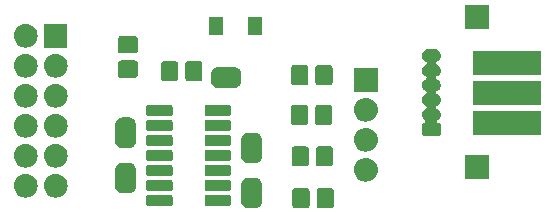
<source format=gts>
G04 #@! TF.GenerationSoftware,KiCad,Pcbnew,(5.1.4)-1*
G04 #@! TF.CreationDate,2020-02-28T22:28:58+00:00*
G04 #@! TF.ProjectId,buffer,62756666-6572-42e6-9b69-6361645f7063,rev?*
G04 #@! TF.SameCoordinates,Original*
G04 #@! TF.FileFunction,Soldermask,Top*
G04 #@! TF.FilePolarity,Negative*
%FSLAX46Y46*%
G04 Gerber Fmt 4.6, Leading zero omitted, Abs format (unit mm)*
G04 Created by KiCad (PCBNEW (5.1.4)-1) date 2020-02-28 22:28:58*
%MOMM*%
%LPD*%
G04 APERTURE LIST*
%ADD10C,0.100000*%
G04 APERTURE END LIST*
D10*
G36*
X57201707Y-46386387D02*
G01*
X57214449Y-46387013D01*
X57232623Y-46387013D01*
X57274802Y-46391167D01*
X57358399Y-46407796D01*
X57364539Y-46409658D01*
X57364547Y-46409660D01*
X57392822Y-46418237D01*
X57392825Y-46418238D01*
X57398963Y-46420100D01*
X57477716Y-46452720D01*
X57483374Y-46455744D01*
X57483378Y-46455746D01*
X57509437Y-46469675D01*
X57509444Y-46469680D01*
X57515100Y-46472703D01*
X57585977Y-46520061D01*
X57618737Y-46546947D01*
X57679013Y-46607223D01*
X57705899Y-46639983D01*
X57753257Y-46710860D01*
X57756280Y-46716516D01*
X57756285Y-46716523D01*
X57770214Y-46742582D01*
X57770216Y-46742586D01*
X57773240Y-46748244D01*
X57805860Y-46826997D01*
X57807722Y-46833135D01*
X57807723Y-46833138D01*
X57816300Y-46861413D01*
X57816302Y-46861421D01*
X57818164Y-46867561D01*
X57834793Y-46951158D01*
X57838947Y-46993337D01*
X57838947Y-47011511D01*
X57839573Y-47024253D01*
X57841355Y-47042346D01*
X57841355Y-47529574D01*
X57838854Y-47554973D01*
X57837830Y-47565365D01*
X57829253Y-47593640D01*
X57815324Y-47619699D01*
X57812662Y-47624679D01*
X57802910Y-47648223D01*
X57797938Y-47673218D01*
X57797938Y-47698702D01*
X57802910Y-47723696D01*
X57812662Y-47747241D01*
X57815324Y-47752220D01*
X57815324Y-47752221D01*
X57829253Y-47778280D01*
X57829253Y-47778281D01*
X57837830Y-47806554D01*
X57841355Y-47842346D01*
X57841355Y-48329574D01*
X57839573Y-48347667D01*
X57838947Y-48360409D01*
X57838947Y-48378583D01*
X57834793Y-48420762D01*
X57818164Y-48504359D01*
X57816302Y-48510499D01*
X57816300Y-48510507D01*
X57807723Y-48538782D01*
X57805860Y-48544923D01*
X57773240Y-48623676D01*
X57770216Y-48629334D01*
X57770214Y-48629338D01*
X57756285Y-48655397D01*
X57756280Y-48655404D01*
X57753257Y-48661060D01*
X57705899Y-48731937D01*
X57679013Y-48764697D01*
X57618737Y-48824973D01*
X57585977Y-48851859D01*
X57515100Y-48899217D01*
X57509444Y-48902240D01*
X57509437Y-48902245D01*
X57483378Y-48916174D01*
X57483374Y-48916176D01*
X57477716Y-48919200D01*
X57398963Y-48951820D01*
X57392825Y-48953682D01*
X57392822Y-48953683D01*
X57364547Y-48962260D01*
X57364539Y-48962262D01*
X57358399Y-48964124D01*
X57274802Y-48980753D01*
X57232623Y-48984907D01*
X57214449Y-48984907D01*
X57201707Y-48985533D01*
X57190000Y-48986686D01*
X57183614Y-48987315D01*
X56696386Y-48987315D01*
X56678293Y-48985533D01*
X56665551Y-48984907D01*
X56647377Y-48984907D01*
X56605198Y-48980753D01*
X56521601Y-48964124D01*
X56515461Y-48962262D01*
X56515453Y-48962260D01*
X56487178Y-48953683D01*
X56487175Y-48953682D01*
X56481037Y-48951820D01*
X56402284Y-48919200D01*
X56396626Y-48916176D01*
X56396622Y-48916174D01*
X56370563Y-48902245D01*
X56370556Y-48902240D01*
X56364900Y-48899217D01*
X56294023Y-48851859D01*
X56261263Y-48824973D01*
X56200987Y-48764697D01*
X56174101Y-48731937D01*
X56126743Y-48661060D01*
X56123720Y-48655404D01*
X56123715Y-48655397D01*
X56109786Y-48629338D01*
X56109784Y-48629334D01*
X56106760Y-48623676D01*
X56074140Y-48544923D01*
X56072277Y-48538782D01*
X56063700Y-48510507D01*
X56063698Y-48510499D01*
X56061836Y-48504359D01*
X56045207Y-48420762D01*
X56041053Y-48378583D01*
X56041053Y-48360409D01*
X56040427Y-48347667D01*
X56038645Y-48329574D01*
X56038645Y-47842346D01*
X56042170Y-47806554D01*
X56050747Y-47778281D01*
X56050747Y-47778280D01*
X56064676Y-47752221D01*
X56064676Y-47752220D01*
X56067338Y-47747241D01*
X56077090Y-47723697D01*
X56082062Y-47698702D01*
X56082062Y-47673218D01*
X56077090Y-47648224D01*
X56067338Y-47624679D01*
X56064676Y-47619699D01*
X56050747Y-47593640D01*
X56042170Y-47565365D01*
X56041147Y-47554973D01*
X56038645Y-47529574D01*
X56038645Y-47042346D01*
X56040427Y-47024253D01*
X56041053Y-47011511D01*
X56041053Y-46993337D01*
X56045207Y-46951158D01*
X56061836Y-46867561D01*
X56063698Y-46861421D01*
X56063700Y-46861413D01*
X56072277Y-46833138D01*
X56072278Y-46833135D01*
X56074140Y-46826997D01*
X56106760Y-46748244D01*
X56109784Y-46742586D01*
X56109786Y-46742582D01*
X56123715Y-46716523D01*
X56123720Y-46716516D01*
X56126743Y-46710860D01*
X56174101Y-46639983D01*
X56200987Y-46607223D01*
X56261263Y-46546947D01*
X56294023Y-46520061D01*
X56364900Y-46472703D01*
X56370556Y-46469680D01*
X56370563Y-46469675D01*
X56396622Y-46455746D01*
X56396626Y-46455744D01*
X56402284Y-46452720D01*
X56481037Y-46420100D01*
X56487175Y-46418238D01*
X56487178Y-46418237D01*
X56515453Y-46409660D01*
X56515461Y-46409658D01*
X56521601Y-46407796D01*
X56605198Y-46391167D01*
X56647377Y-46387013D01*
X56665551Y-46387013D01*
X56678293Y-46386387D01*
X56696386Y-46384605D01*
X57183614Y-46384605D01*
X57201707Y-46386387D01*
X57201707Y-46386387D01*
G37*
G36*
X63702301Y-47273022D02*
G01*
X63747530Y-47286742D01*
X63789214Y-47309022D01*
X63825751Y-47339009D01*
X63855738Y-47375546D01*
X63878018Y-47417230D01*
X63891738Y-47462459D01*
X63897000Y-47515885D01*
X63897000Y-48719635D01*
X63891738Y-48773061D01*
X63878018Y-48818290D01*
X63855738Y-48859974D01*
X63825751Y-48896511D01*
X63789214Y-48926498D01*
X63747530Y-48948778D01*
X63702301Y-48962498D01*
X63648875Y-48967760D01*
X62695125Y-48967760D01*
X62641699Y-48962498D01*
X62596470Y-48948778D01*
X62554786Y-48926498D01*
X62518249Y-48896511D01*
X62488262Y-48859974D01*
X62465982Y-48818290D01*
X62452262Y-48773061D01*
X62447000Y-48719635D01*
X62447000Y-47515885D01*
X62452262Y-47462459D01*
X62465982Y-47417230D01*
X62488262Y-47375546D01*
X62518249Y-47339009D01*
X62554786Y-47309022D01*
X62596470Y-47286742D01*
X62641699Y-47273022D01*
X62695125Y-47267760D01*
X63648875Y-47267760D01*
X63702301Y-47273022D01*
X63702301Y-47273022D01*
G37*
G36*
X61652301Y-47273022D02*
G01*
X61697530Y-47286742D01*
X61739214Y-47309022D01*
X61775751Y-47339009D01*
X61805738Y-47375546D01*
X61828018Y-47417230D01*
X61841738Y-47462459D01*
X61847000Y-47515885D01*
X61847000Y-48719635D01*
X61841738Y-48773061D01*
X61828018Y-48818290D01*
X61805738Y-48859974D01*
X61775751Y-48896511D01*
X61739214Y-48926498D01*
X61697530Y-48948778D01*
X61652301Y-48962498D01*
X61598875Y-48967760D01*
X60645125Y-48967760D01*
X60591699Y-48962498D01*
X60546470Y-48948778D01*
X60504786Y-48926498D01*
X60468249Y-48896511D01*
X60438262Y-48859974D01*
X60415982Y-48818290D01*
X60402262Y-48773061D01*
X60397000Y-48719635D01*
X60397000Y-47515885D01*
X60402262Y-47462459D01*
X60415982Y-47417230D01*
X60438262Y-47375546D01*
X60468249Y-47339009D01*
X60504786Y-47309022D01*
X60546470Y-47286742D01*
X60591699Y-47273022D01*
X60645125Y-47267760D01*
X61598875Y-47267760D01*
X61652301Y-47273022D01*
X61652301Y-47273022D01*
G37*
G36*
X50127092Y-47874651D02*
G01*
X50156987Y-47883720D01*
X50184542Y-47898448D01*
X50208692Y-47918268D01*
X50228512Y-47942418D01*
X50243240Y-47969973D01*
X50252309Y-47999868D01*
X50256000Y-48037346D01*
X50256000Y-48604574D01*
X50252309Y-48642052D01*
X50243240Y-48671947D01*
X50228512Y-48699502D01*
X50208692Y-48723652D01*
X50184542Y-48743472D01*
X50156987Y-48758200D01*
X50127092Y-48767269D01*
X50089614Y-48770960D01*
X48172386Y-48770960D01*
X48134908Y-48767269D01*
X48105013Y-48758200D01*
X48077458Y-48743472D01*
X48053308Y-48723652D01*
X48033488Y-48699502D01*
X48018760Y-48671947D01*
X48009691Y-48642052D01*
X48006000Y-48604574D01*
X48006000Y-48037346D01*
X48009691Y-47999868D01*
X48018760Y-47969973D01*
X48033488Y-47942418D01*
X48053308Y-47918268D01*
X48077458Y-47898448D01*
X48105013Y-47883720D01*
X48134908Y-47874651D01*
X48172386Y-47870960D01*
X50089614Y-47870960D01*
X50127092Y-47874651D01*
X50127092Y-47874651D01*
G37*
G36*
X55077092Y-47874651D02*
G01*
X55106987Y-47883720D01*
X55134542Y-47898448D01*
X55158692Y-47918268D01*
X55178512Y-47942418D01*
X55193240Y-47969973D01*
X55202309Y-47999868D01*
X55206000Y-48037346D01*
X55206000Y-48604574D01*
X55202309Y-48642052D01*
X55193240Y-48671947D01*
X55178512Y-48699502D01*
X55158692Y-48723652D01*
X55134542Y-48743472D01*
X55106987Y-48758200D01*
X55077092Y-48767269D01*
X55039614Y-48770960D01*
X53122386Y-48770960D01*
X53084908Y-48767269D01*
X53055013Y-48758200D01*
X53027458Y-48743472D01*
X53003308Y-48723652D01*
X52983488Y-48699502D01*
X52968760Y-48671947D01*
X52959691Y-48642052D01*
X52956000Y-48604574D01*
X52956000Y-48037346D01*
X52959691Y-47999868D01*
X52968760Y-47969973D01*
X52983488Y-47942418D01*
X53003308Y-47918268D01*
X53027458Y-47898448D01*
X53055013Y-47883720D01*
X53084908Y-47874651D01*
X53122386Y-47870960D01*
X55039614Y-47870960D01*
X55077092Y-47874651D01*
X55077092Y-47874651D01*
G37*
G36*
X38009836Y-46090830D02*
G01*
X38198332Y-46148009D01*
X38372058Y-46240868D01*
X38524328Y-46365832D01*
X38649292Y-46518102D01*
X38742151Y-46691828D01*
X38799330Y-46880324D01*
X38818638Y-47076360D01*
X38799330Y-47272396D01*
X38742151Y-47460892D01*
X38649292Y-47634618D01*
X38524328Y-47786888D01*
X38372058Y-47911852D01*
X38198332Y-48004711D01*
X38009836Y-48061890D01*
X37862920Y-48076360D01*
X37764680Y-48076360D01*
X37617764Y-48061890D01*
X37429268Y-48004711D01*
X37255542Y-47911852D01*
X37103272Y-47786888D01*
X36978308Y-47634618D01*
X36885449Y-47460892D01*
X36828270Y-47272396D01*
X36808962Y-47076360D01*
X36828270Y-46880324D01*
X36885449Y-46691828D01*
X36978308Y-46518102D01*
X37103272Y-46365832D01*
X37255542Y-46240868D01*
X37429268Y-46148009D01*
X37617764Y-46090830D01*
X37764680Y-46076360D01*
X37862920Y-46076360D01*
X38009836Y-46090830D01*
X38009836Y-46090830D01*
G37*
G36*
X40549836Y-46090830D02*
G01*
X40738332Y-46148009D01*
X40912058Y-46240868D01*
X41064328Y-46365832D01*
X41189292Y-46518102D01*
X41282151Y-46691828D01*
X41339330Y-46880324D01*
X41358638Y-47076360D01*
X41339330Y-47272396D01*
X41282151Y-47460892D01*
X41189292Y-47634618D01*
X41064328Y-47786888D01*
X40912058Y-47911852D01*
X40738332Y-48004711D01*
X40549836Y-48061890D01*
X40402920Y-48076360D01*
X40304680Y-48076360D01*
X40157764Y-48061890D01*
X39969268Y-48004711D01*
X39795542Y-47911852D01*
X39643272Y-47786888D01*
X39518308Y-47634618D01*
X39425449Y-47460892D01*
X39368270Y-47272396D01*
X39348962Y-47076360D01*
X39368270Y-46880324D01*
X39425449Y-46691828D01*
X39518308Y-46518102D01*
X39643272Y-46365832D01*
X39795542Y-46240868D01*
X39969268Y-46148009D01*
X40157764Y-46090830D01*
X40304680Y-46076360D01*
X40402920Y-46076360D01*
X40549836Y-46090830D01*
X40549836Y-46090830D01*
G37*
G36*
X46533707Y-45116387D02*
G01*
X46546449Y-45117013D01*
X46564623Y-45117013D01*
X46606802Y-45121167D01*
X46690399Y-45137796D01*
X46696539Y-45139658D01*
X46696547Y-45139660D01*
X46724822Y-45148237D01*
X46724825Y-45148238D01*
X46730963Y-45150100D01*
X46809716Y-45182720D01*
X46815374Y-45185744D01*
X46815378Y-45185746D01*
X46841437Y-45199675D01*
X46841444Y-45199680D01*
X46847100Y-45202703D01*
X46917977Y-45250061D01*
X46950737Y-45276947D01*
X47011013Y-45337223D01*
X47037899Y-45369983D01*
X47085257Y-45440860D01*
X47088280Y-45446516D01*
X47088285Y-45446523D01*
X47102214Y-45472582D01*
X47102216Y-45472586D01*
X47105240Y-45478244D01*
X47137860Y-45556997D01*
X47139722Y-45563135D01*
X47139723Y-45563138D01*
X47148300Y-45591413D01*
X47148302Y-45591421D01*
X47150164Y-45597561D01*
X47166793Y-45681158D01*
X47170947Y-45723337D01*
X47170947Y-45741511D01*
X47171573Y-45754253D01*
X47173355Y-45772346D01*
X47173355Y-46259574D01*
X47172726Y-46265960D01*
X47169830Y-46295365D01*
X47161253Y-46323640D01*
X47147324Y-46349699D01*
X47144662Y-46354679D01*
X47134910Y-46378223D01*
X47129938Y-46403218D01*
X47129938Y-46428702D01*
X47134910Y-46453696D01*
X47144662Y-46477241D01*
X47147324Y-46482220D01*
X47147324Y-46482221D01*
X47161253Y-46508280D01*
X47161253Y-46508281D01*
X47169830Y-46536554D01*
X47173355Y-46572346D01*
X47173355Y-47059574D01*
X47171573Y-47077667D01*
X47170947Y-47090409D01*
X47170947Y-47108583D01*
X47166793Y-47150762D01*
X47150164Y-47234359D01*
X47148302Y-47240499D01*
X47148300Y-47240507D01*
X47140033Y-47267760D01*
X47137860Y-47274923D01*
X47105240Y-47353676D01*
X47102216Y-47359334D01*
X47102214Y-47359338D01*
X47088285Y-47385397D01*
X47088280Y-47385404D01*
X47085257Y-47391060D01*
X47037899Y-47461937D01*
X47011013Y-47494697D01*
X46950737Y-47554973D01*
X46917977Y-47581859D01*
X46847100Y-47629217D01*
X46841444Y-47632240D01*
X46841437Y-47632245D01*
X46815378Y-47646174D01*
X46815374Y-47646176D01*
X46809716Y-47649200D01*
X46730963Y-47681820D01*
X46724825Y-47683682D01*
X46724822Y-47683683D01*
X46696547Y-47692260D01*
X46696539Y-47692262D01*
X46690399Y-47694124D01*
X46606802Y-47710753D01*
X46564623Y-47714907D01*
X46546449Y-47714907D01*
X46533707Y-47715533D01*
X46522000Y-47716686D01*
X46515614Y-47717315D01*
X46028386Y-47717315D01*
X46010293Y-47715533D01*
X45997551Y-47714907D01*
X45979377Y-47714907D01*
X45937198Y-47710753D01*
X45853601Y-47694124D01*
X45847461Y-47692262D01*
X45847453Y-47692260D01*
X45819178Y-47683683D01*
X45819175Y-47683682D01*
X45813037Y-47681820D01*
X45734284Y-47649200D01*
X45728626Y-47646176D01*
X45728622Y-47646174D01*
X45702563Y-47632245D01*
X45702556Y-47632240D01*
X45696900Y-47629217D01*
X45626023Y-47581859D01*
X45593263Y-47554973D01*
X45532987Y-47494697D01*
X45506101Y-47461937D01*
X45458743Y-47391060D01*
X45455720Y-47385404D01*
X45455715Y-47385397D01*
X45441786Y-47359338D01*
X45441784Y-47359334D01*
X45438760Y-47353676D01*
X45406140Y-47274923D01*
X45403967Y-47267760D01*
X45395700Y-47240507D01*
X45395698Y-47240499D01*
X45393836Y-47234359D01*
X45377207Y-47150762D01*
X45373053Y-47108583D01*
X45373053Y-47090409D01*
X45372427Y-47077667D01*
X45370645Y-47059574D01*
X45370645Y-46572346D01*
X45374170Y-46536554D01*
X45382747Y-46508281D01*
X45382747Y-46508280D01*
X45396676Y-46482221D01*
X45396676Y-46482220D01*
X45399338Y-46477241D01*
X45409090Y-46453697D01*
X45414062Y-46428702D01*
X45414062Y-46403218D01*
X45409090Y-46378224D01*
X45399338Y-46354679D01*
X45396676Y-46349699D01*
X45382747Y-46323640D01*
X45374170Y-46295365D01*
X45371274Y-46265960D01*
X45370645Y-46259574D01*
X45370645Y-45772346D01*
X45372427Y-45754253D01*
X45373053Y-45741511D01*
X45373053Y-45723337D01*
X45377207Y-45681158D01*
X45393836Y-45597561D01*
X45395698Y-45591421D01*
X45395700Y-45591413D01*
X45404277Y-45563138D01*
X45404278Y-45563135D01*
X45406140Y-45556997D01*
X45438760Y-45478244D01*
X45441784Y-45472586D01*
X45441786Y-45472582D01*
X45455715Y-45446523D01*
X45455720Y-45446516D01*
X45458743Y-45440860D01*
X45506101Y-45369983D01*
X45532987Y-45337223D01*
X45593263Y-45276947D01*
X45626023Y-45250061D01*
X45696900Y-45202703D01*
X45702556Y-45199680D01*
X45702563Y-45199675D01*
X45728622Y-45185746D01*
X45728626Y-45185744D01*
X45734284Y-45182720D01*
X45813037Y-45150100D01*
X45819175Y-45148238D01*
X45819178Y-45148237D01*
X45847453Y-45139660D01*
X45847461Y-45139658D01*
X45853601Y-45137796D01*
X45937198Y-45121167D01*
X45979377Y-45117013D01*
X45997551Y-45117013D01*
X46010293Y-45116387D01*
X46028386Y-45114605D01*
X46515614Y-45114605D01*
X46533707Y-45116387D01*
X46533707Y-45116387D01*
G37*
G36*
X50127092Y-46604651D02*
G01*
X50156987Y-46613720D01*
X50184542Y-46628448D01*
X50208692Y-46648268D01*
X50228512Y-46672418D01*
X50243240Y-46699973D01*
X50252309Y-46729868D01*
X50256000Y-46767346D01*
X50256000Y-47334574D01*
X50252309Y-47372052D01*
X50243240Y-47401947D01*
X50228512Y-47429502D01*
X50208692Y-47453652D01*
X50184542Y-47473472D01*
X50156987Y-47488200D01*
X50127092Y-47497269D01*
X50089614Y-47500960D01*
X48172386Y-47500960D01*
X48134908Y-47497269D01*
X48105013Y-47488200D01*
X48077458Y-47473472D01*
X48053308Y-47453652D01*
X48033488Y-47429502D01*
X48018760Y-47401947D01*
X48009691Y-47372052D01*
X48006000Y-47334574D01*
X48006000Y-46767346D01*
X48009691Y-46729868D01*
X48018760Y-46699973D01*
X48033488Y-46672418D01*
X48053308Y-46648268D01*
X48077458Y-46628448D01*
X48105013Y-46613720D01*
X48134908Y-46604651D01*
X48172386Y-46600960D01*
X50089614Y-46600960D01*
X50127092Y-46604651D01*
X50127092Y-46604651D01*
G37*
G36*
X55077092Y-46604651D02*
G01*
X55106987Y-46613720D01*
X55134542Y-46628448D01*
X55158692Y-46648268D01*
X55178512Y-46672418D01*
X55193240Y-46699973D01*
X55202309Y-46729868D01*
X55206000Y-46767346D01*
X55206000Y-47334574D01*
X55202309Y-47372052D01*
X55193240Y-47401947D01*
X55178512Y-47429502D01*
X55158692Y-47453652D01*
X55134542Y-47473472D01*
X55106987Y-47488200D01*
X55077092Y-47497269D01*
X55039614Y-47500960D01*
X53122386Y-47500960D01*
X53084908Y-47497269D01*
X53055013Y-47488200D01*
X53027458Y-47473472D01*
X53003308Y-47453652D01*
X52983488Y-47429502D01*
X52968760Y-47401947D01*
X52959691Y-47372052D01*
X52956000Y-47334574D01*
X52956000Y-46767346D01*
X52959691Y-46729868D01*
X52968760Y-46699973D01*
X52983488Y-46672418D01*
X53003308Y-46648268D01*
X53027458Y-46628448D01*
X53055013Y-46613720D01*
X53084908Y-46604651D01*
X53122386Y-46600960D01*
X55039614Y-46600960D01*
X55077092Y-46604651D01*
X55077092Y-46604651D01*
G37*
G36*
X66813436Y-44744630D02*
G01*
X67001932Y-44801809D01*
X67175658Y-44894668D01*
X67327928Y-45019632D01*
X67452892Y-45171902D01*
X67545751Y-45345628D01*
X67602930Y-45534124D01*
X67622238Y-45730160D01*
X67602930Y-45926196D01*
X67545751Y-46114692D01*
X67452892Y-46288418D01*
X67327928Y-46440688D01*
X67175658Y-46565652D01*
X67001932Y-46658511D01*
X66813436Y-46715690D01*
X66666520Y-46730160D01*
X66568280Y-46730160D01*
X66421364Y-46715690D01*
X66232868Y-46658511D01*
X66059142Y-46565652D01*
X65906872Y-46440688D01*
X65781908Y-46288418D01*
X65689049Y-46114692D01*
X65631870Y-45926196D01*
X65612562Y-45730160D01*
X65631870Y-45534124D01*
X65689049Y-45345628D01*
X65781908Y-45171902D01*
X65906872Y-45019632D01*
X66059142Y-44894668D01*
X66232868Y-44801809D01*
X66421364Y-44744630D01*
X66568280Y-44730160D01*
X66666520Y-44730160D01*
X66813436Y-44744630D01*
X66813436Y-44744630D01*
G37*
G36*
X77033180Y-46504100D02*
G01*
X75033180Y-46504100D01*
X75033180Y-44504100D01*
X77033180Y-44504100D01*
X77033180Y-46504100D01*
X77033180Y-46504100D01*
G37*
G36*
X55077092Y-45334651D02*
G01*
X55106987Y-45343720D01*
X55134542Y-45358448D01*
X55158692Y-45378268D01*
X55178512Y-45402418D01*
X55193240Y-45429973D01*
X55202309Y-45459868D01*
X55206000Y-45497346D01*
X55206000Y-46064574D01*
X55202309Y-46102052D01*
X55193240Y-46131947D01*
X55178512Y-46159502D01*
X55158692Y-46183652D01*
X55134542Y-46203472D01*
X55106987Y-46218200D01*
X55077092Y-46227269D01*
X55039614Y-46230960D01*
X53122386Y-46230960D01*
X53084908Y-46227269D01*
X53055013Y-46218200D01*
X53027458Y-46203472D01*
X53003308Y-46183652D01*
X52983488Y-46159502D01*
X52968760Y-46131947D01*
X52959691Y-46102052D01*
X52956000Y-46064574D01*
X52956000Y-45497346D01*
X52959691Y-45459868D01*
X52968760Y-45429973D01*
X52983488Y-45402418D01*
X53003308Y-45378268D01*
X53027458Y-45358448D01*
X53055013Y-45343720D01*
X53084908Y-45334651D01*
X53122386Y-45330960D01*
X55039614Y-45330960D01*
X55077092Y-45334651D01*
X55077092Y-45334651D01*
G37*
G36*
X50127092Y-45334651D02*
G01*
X50156987Y-45343720D01*
X50184542Y-45358448D01*
X50208692Y-45378268D01*
X50228512Y-45402418D01*
X50243240Y-45429973D01*
X50252309Y-45459868D01*
X50256000Y-45497346D01*
X50256000Y-46064574D01*
X50252309Y-46102052D01*
X50243240Y-46131947D01*
X50228512Y-46159502D01*
X50208692Y-46183652D01*
X50184542Y-46203472D01*
X50156987Y-46218200D01*
X50127092Y-46227269D01*
X50089614Y-46230960D01*
X48172386Y-46230960D01*
X48134908Y-46227269D01*
X48105013Y-46218200D01*
X48077458Y-46203472D01*
X48053308Y-46183652D01*
X48033488Y-46159502D01*
X48018760Y-46131947D01*
X48009691Y-46102052D01*
X48006000Y-46064574D01*
X48006000Y-45497346D01*
X48009691Y-45459868D01*
X48018760Y-45429973D01*
X48033488Y-45402418D01*
X48053308Y-45378268D01*
X48077458Y-45358448D01*
X48105013Y-45343720D01*
X48134908Y-45334651D01*
X48172386Y-45330960D01*
X50089614Y-45330960D01*
X50127092Y-45334651D01*
X50127092Y-45334651D01*
G37*
G36*
X38009836Y-43550830D02*
G01*
X38198332Y-43608009D01*
X38372058Y-43700868D01*
X38524328Y-43825832D01*
X38649292Y-43978102D01*
X38742151Y-44151828D01*
X38799330Y-44340324D01*
X38818638Y-44536360D01*
X38799330Y-44732396D01*
X38742151Y-44920892D01*
X38649292Y-45094618D01*
X38524328Y-45246888D01*
X38372058Y-45371852D01*
X38198332Y-45464711D01*
X38009836Y-45521890D01*
X37862920Y-45536360D01*
X37764680Y-45536360D01*
X37617764Y-45521890D01*
X37429268Y-45464711D01*
X37255542Y-45371852D01*
X37103272Y-45246888D01*
X36978308Y-45094618D01*
X36885449Y-44920892D01*
X36828270Y-44732396D01*
X36808962Y-44536360D01*
X36828270Y-44340324D01*
X36885449Y-44151828D01*
X36978308Y-43978102D01*
X37103272Y-43825832D01*
X37255542Y-43700868D01*
X37429268Y-43608009D01*
X37617764Y-43550830D01*
X37764680Y-43536360D01*
X37862920Y-43536360D01*
X38009836Y-43550830D01*
X38009836Y-43550830D01*
G37*
G36*
X40549836Y-43550830D02*
G01*
X40738332Y-43608009D01*
X40912058Y-43700868D01*
X41064328Y-43825832D01*
X41189292Y-43978102D01*
X41282151Y-44151828D01*
X41339330Y-44340324D01*
X41358638Y-44536360D01*
X41339330Y-44732396D01*
X41282151Y-44920892D01*
X41189292Y-45094618D01*
X41064328Y-45246888D01*
X40912058Y-45371852D01*
X40738332Y-45464711D01*
X40549836Y-45521890D01*
X40402920Y-45536360D01*
X40304680Y-45536360D01*
X40157764Y-45521890D01*
X39969268Y-45464711D01*
X39795542Y-45371852D01*
X39643272Y-45246888D01*
X39518308Y-45094618D01*
X39425449Y-44920892D01*
X39368270Y-44732396D01*
X39348962Y-44536360D01*
X39368270Y-44340324D01*
X39425449Y-44151828D01*
X39518308Y-43978102D01*
X39643272Y-43825832D01*
X39795542Y-43700868D01*
X39969268Y-43608009D01*
X40157764Y-43550830D01*
X40304680Y-43536360D01*
X40402920Y-43536360D01*
X40549836Y-43550830D01*
X40549836Y-43550830D01*
G37*
G36*
X61585101Y-43742422D02*
G01*
X61630330Y-43756142D01*
X61672014Y-43778422D01*
X61708551Y-43808409D01*
X61738538Y-43844946D01*
X61760818Y-43886630D01*
X61774538Y-43931859D01*
X61779800Y-43985285D01*
X61779800Y-45189035D01*
X61774538Y-45242461D01*
X61760818Y-45287690D01*
X61738538Y-45329374D01*
X61708551Y-45365911D01*
X61672014Y-45395898D01*
X61630330Y-45418178D01*
X61585101Y-45431898D01*
X61531675Y-45437160D01*
X60577925Y-45437160D01*
X60524499Y-45431898D01*
X60479270Y-45418178D01*
X60437586Y-45395898D01*
X60401049Y-45365911D01*
X60371062Y-45329374D01*
X60348782Y-45287690D01*
X60335062Y-45242461D01*
X60329800Y-45189035D01*
X60329800Y-43985285D01*
X60335062Y-43931859D01*
X60348782Y-43886630D01*
X60371062Y-43844946D01*
X60401049Y-43808409D01*
X60437586Y-43778422D01*
X60479270Y-43756142D01*
X60524499Y-43742422D01*
X60577925Y-43737160D01*
X61531675Y-43737160D01*
X61585101Y-43742422D01*
X61585101Y-43742422D01*
G37*
G36*
X63635101Y-43742422D02*
G01*
X63680330Y-43756142D01*
X63722014Y-43778422D01*
X63758551Y-43808409D01*
X63788538Y-43844946D01*
X63810818Y-43886630D01*
X63824538Y-43931859D01*
X63829800Y-43985285D01*
X63829800Y-45189035D01*
X63824538Y-45242461D01*
X63810818Y-45287690D01*
X63788538Y-45329374D01*
X63758551Y-45365911D01*
X63722014Y-45395898D01*
X63680330Y-45418178D01*
X63635101Y-45431898D01*
X63581675Y-45437160D01*
X62627925Y-45437160D01*
X62574499Y-45431898D01*
X62529270Y-45418178D01*
X62487586Y-45395898D01*
X62451049Y-45365911D01*
X62421062Y-45329374D01*
X62398782Y-45287690D01*
X62385062Y-45242461D01*
X62379800Y-45189035D01*
X62379800Y-43985285D01*
X62385062Y-43931859D01*
X62398782Y-43886630D01*
X62421062Y-43844946D01*
X62451049Y-43808409D01*
X62487586Y-43778422D01*
X62529270Y-43756142D01*
X62574499Y-43742422D01*
X62627925Y-43737160D01*
X63581675Y-43737160D01*
X63635101Y-43742422D01*
X63635101Y-43742422D01*
G37*
G36*
X57201707Y-42576387D02*
G01*
X57214449Y-42577013D01*
X57232623Y-42577013D01*
X57274802Y-42581167D01*
X57358399Y-42597796D01*
X57364539Y-42599658D01*
X57364547Y-42599660D01*
X57392822Y-42608237D01*
X57392825Y-42608238D01*
X57398963Y-42610100D01*
X57477716Y-42642720D01*
X57483374Y-42645744D01*
X57483378Y-42645746D01*
X57509437Y-42659675D01*
X57509444Y-42659680D01*
X57515100Y-42662703D01*
X57585977Y-42710061D01*
X57618737Y-42736947D01*
X57679013Y-42797223D01*
X57705899Y-42829983D01*
X57753257Y-42900860D01*
X57756280Y-42906516D01*
X57756285Y-42906523D01*
X57770214Y-42932582D01*
X57770216Y-42932586D01*
X57773240Y-42938244D01*
X57805860Y-43016997D01*
X57807722Y-43023135D01*
X57807723Y-43023138D01*
X57816300Y-43051413D01*
X57816302Y-43051421D01*
X57818164Y-43057561D01*
X57834793Y-43141158D01*
X57838947Y-43183337D01*
X57838947Y-43201511D01*
X57839573Y-43214253D01*
X57841355Y-43232346D01*
X57841355Y-43719574D01*
X57837830Y-43755366D01*
X57837377Y-43756859D01*
X57829253Y-43783640D01*
X57815324Y-43809699D01*
X57812662Y-43814679D01*
X57802910Y-43838223D01*
X57797938Y-43863218D01*
X57797938Y-43888702D01*
X57802910Y-43913696D01*
X57812662Y-43937241D01*
X57815324Y-43942220D01*
X57815324Y-43942221D01*
X57829253Y-43968280D01*
X57829253Y-43968281D01*
X57837830Y-43996554D01*
X57841355Y-44032346D01*
X57841355Y-44519574D01*
X57839573Y-44537667D01*
X57838947Y-44550409D01*
X57838947Y-44568583D01*
X57834793Y-44610762D01*
X57818164Y-44694359D01*
X57816302Y-44700499D01*
X57816300Y-44700507D01*
X57807723Y-44728782D01*
X57805860Y-44734923D01*
X57773240Y-44813676D01*
X57770216Y-44819334D01*
X57770214Y-44819338D01*
X57756285Y-44845397D01*
X57756280Y-44845404D01*
X57753257Y-44851060D01*
X57705899Y-44921937D01*
X57679013Y-44954697D01*
X57618737Y-45014973D01*
X57585977Y-45041859D01*
X57515100Y-45089217D01*
X57509444Y-45092240D01*
X57509437Y-45092245D01*
X57483378Y-45106174D01*
X57483374Y-45106176D01*
X57477716Y-45109200D01*
X57398963Y-45141820D01*
X57392825Y-45143682D01*
X57392822Y-45143683D01*
X57364547Y-45152260D01*
X57364539Y-45152262D01*
X57358399Y-45154124D01*
X57274802Y-45170753D01*
X57232623Y-45174907D01*
X57214449Y-45174907D01*
X57201707Y-45175533D01*
X57190000Y-45176686D01*
X57183614Y-45177315D01*
X56696386Y-45177315D01*
X56678293Y-45175533D01*
X56665551Y-45174907D01*
X56647377Y-45174907D01*
X56605198Y-45170753D01*
X56521601Y-45154124D01*
X56515461Y-45152262D01*
X56515453Y-45152260D01*
X56487178Y-45143683D01*
X56487175Y-45143682D01*
X56481037Y-45141820D01*
X56402284Y-45109200D01*
X56396626Y-45106176D01*
X56396622Y-45106174D01*
X56370563Y-45092245D01*
X56370556Y-45092240D01*
X56364900Y-45089217D01*
X56294023Y-45041859D01*
X56261263Y-45014973D01*
X56200987Y-44954697D01*
X56174101Y-44921937D01*
X56126743Y-44851060D01*
X56123720Y-44845404D01*
X56123715Y-44845397D01*
X56109786Y-44819338D01*
X56109784Y-44819334D01*
X56106760Y-44813676D01*
X56074140Y-44734923D01*
X56072277Y-44728782D01*
X56063700Y-44700507D01*
X56063698Y-44700499D01*
X56061836Y-44694359D01*
X56045207Y-44610762D01*
X56041053Y-44568583D01*
X56041053Y-44550409D01*
X56040427Y-44537667D01*
X56038645Y-44519574D01*
X56038645Y-44032346D01*
X56042170Y-43996554D01*
X56050747Y-43968281D01*
X56050747Y-43968280D01*
X56064676Y-43942221D01*
X56064676Y-43942220D01*
X56067338Y-43937241D01*
X56077090Y-43913697D01*
X56082062Y-43888702D01*
X56082062Y-43863218D01*
X56077090Y-43838224D01*
X56067338Y-43814679D01*
X56064676Y-43809699D01*
X56050747Y-43783640D01*
X56042623Y-43756859D01*
X56042170Y-43755366D01*
X56038645Y-43719574D01*
X56038645Y-43232346D01*
X56040427Y-43214253D01*
X56041053Y-43201511D01*
X56041053Y-43183337D01*
X56045207Y-43141158D01*
X56061836Y-43057561D01*
X56063698Y-43051421D01*
X56063700Y-43051413D01*
X56072277Y-43023138D01*
X56072278Y-43023135D01*
X56074140Y-43016997D01*
X56106760Y-42938244D01*
X56109784Y-42932586D01*
X56109786Y-42932582D01*
X56123715Y-42906523D01*
X56123720Y-42906516D01*
X56126743Y-42900860D01*
X56174101Y-42829983D01*
X56200987Y-42797223D01*
X56261263Y-42736947D01*
X56294023Y-42710061D01*
X56364900Y-42662703D01*
X56370556Y-42659680D01*
X56370563Y-42659675D01*
X56396622Y-42645746D01*
X56396626Y-42645744D01*
X56402284Y-42642720D01*
X56481037Y-42610100D01*
X56487175Y-42608238D01*
X56487178Y-42608237D01*
X56515453Y-42599660D01*
X56515461Y-42599658D01*
X56521601Y-42597796D01*
X56605198Y-42581167D01*
X56647377Y-42577013D01*
X56665551Y-42577013D01*
X56678293Y-42576387D01*
X56696386Y-42574605D01*
X57183614Y-42574605D01*
X57201707Y-42576387D01*
X57201707Y-42576387D01*
G37*
G36*
X55077092Y-44064651D02*
G01*
X55106987Y-44073720D01*
X55134542Y-44088448D01*
X55158692Y-44108268D01*
X55178512Y-44132418D01*
X55193240Y-44159973D01*
X55202309Y-44189868D01*
X55206000Y-44227346D01*
X55206000Y-44794574D01*
X55202309Y-44832052D01*
X55193240Y-44861947D01*
X55178512Y-44889502D01*
X55158692Y-44913652D01*
X55134542Y-44933472D01*
X55106987Y-44948200D01*
X55077092Y-44957269D01*
X55039614Y-44960960D01*
X53122386Y-44960960D01*
X53084908Y-44957269D01*
X53055013Y-44948200D01*
X53027458Y-44933472D01*
X53003308Y-44913652D01*
X52983488Y-44889502D01*
X52968760Y-44861947D01*
X52959691Y-44832052D01*
X52956000Y-44794574D01*
X52956000Y-44227346D01*
X52959691Y-44189868D01*
X52968760Y-44159973D01*
X52983488Y-44132418D01*
X53003308Y-44108268D01*
X53027458Y-44088448D01*
X53055013Y-44073720D01*
X53084908Y-44064651D01*
X53122386Y-44060960D01*
X55039614Y-44060960D01*
X55077092Y-44064651D01*
X55077092Y-44064651D01*
G37*
G36*
X50127092Y-44064651D02*
G01*
X50156987Y-44073720D01*
X50184542Y-44088448D01*
X50208692Y-44108268D01*
X50228512Y-44132418D01*
X50243240Y-44159973D01*
X50252309Y-44189868D01*
X50256000Y-44227346D01*
X50256000Y-44794574D01*
X50252309Y-44832052D01*
X50243240Y-44861947D01*
X50228512Y-44889502D01*
X50208692Y-44913652D01*
X50184542Y-44933472D01*
X50156987Y-44948200D01*
X50127092Y-44957269D01*
X50089614Y-44960960D01*
X48172386Y-44960960D01*
X48134908Y-44957269D01*
X48105013Y-44948200D01*
X48077458Y-44933472D01*
X48053308Y-44913652D01*
X48033488Y-44889502D01*
X48018760Y-44861947D01*
X48009691Y-44832052D01*
X48006000Y-44794574D01*
X48006000Y-44227346D01*
X48009691Y-44189868D01*
X48018760Y-44159973D01*
X48033488Y-44132418D01*
X48053308Y-44108268D01*
X48077458Y-44088448D01*
X48105013Y-44073720D01*
X48134908Y-44064651D01*
X48172386Y-44060960D01*
X50089614Y-44060960D01*
X50127092Y-44064651D01*
X50127092Y-44064651D01*
G37*
G36*
X66813436Y-42204630D02*
G01*
X67001932Y-42261809D01*
X67175658Y-42354668D01*
X67327928Y-42479632D01*
X67452892Y-42631902D01*
X67545751Y-42805628D01*
X67602930Y-42994124D01*
X67622238Y-43190160D01*
X67602930Y-43386196D01*
X67545751Y-43574692D01*
X67452892Y-43748418D01*
X67327928Y-43900688D01*
X67175658Y-44025652D01*
X67001932Y-44118511D01*
X66813436Y-44175690D01*
X66666520Y-44190160D01*
X66568280Y-44190160D01*
X66421364Y-44175690D01*
X66232868Y-44118511D01*
X66059142Y-44025652D01*
X65906872Y-43900688D01*
X65781908Y-43748418D01*
X65689049Y-43574692D01*
X65631870Y-43386196D01*
X65612562Y-43190160D01*
X65631870Y-42994124D01*
X65689049Y-42805628D01*
X65781908Y-42631902D01*
X65906872Y-42479632D01*
X66059142Y-42354668D01*
X66232868Y-42261809D01*
X66421364Y-42204630D01*
X66568280Y-42190160D01*
X66666520Y-42190160D01*
X66813436Y-42204630D01*
X66813436Y-42204630D01*
G37*
G36*
X46533707Y-41291387D02*
G01*
X46546449Y-41292013D01*
X46564623Y-41292013D01*
X46606802Y-41296167D01*
X46690399Y-41312796D01*
X46696539Y-41314658D01*
X46696547Y-41314660D01*
X46724822Y-41323237D01*
X46724825Y-41323238D01*
X46730963Y-41325100D01*
X46809716Y-41357720D01*
X46815374Y-41360744D01*
X46815378Y-41360746D01*
X46841437Y-41374675D01*
X46841444Y-41374680D01*
X46847100Y-41377703D01*
X46917977Y-41425061D01*
X46950737Y-41451947D01*
X47011013Y-41512223D01*
X47037899Y-41544983D01*
X47085257Y-41615860D01*
X47088280Y-41621516D01*
X47088285Y-41621523D01*
X47102214Y-41647582D01*
X47102216Y-41647586D01*
X47105240Y-41653244D01*
X47137860Y-41731997D01*
X47139722Y-41738135D01*
X47139723Y-41738138D01*
X47148300Y-41766413D01*
X47148302Y-41766421D01*
X47150164Y-41772561D01*
X47166793Y-41856158D01*
X47170947Y-41898337D01*
X47170947Y-41916511D01*
X47171573Y-41929253D01*
X47173355Y-41947346D01*
X47173355Y-42434574D01*
X47172726Y-42440960D01*
X47169830Y-42470365D01*
X47161253Y-42498640D01*
X47147324Y-42524699D01*
X47144662Y-42529679D01*
X47134910Y-42553223D01*
X47129938Y-42578218D01*
X47129938Y-42603702D01*
X47134910Y-42628696D01*
X47144662Y-42652241D01*
X47147324Y-42657220D01*
X47147324Y-42657221D01*
X47161253Y-42683280D01*
X47161253Y-42683281D01*
X47169830Y-42711554D01*
X47173355Y-42747346D01*
X47173355Y-43234574D01*
X47171573Y-43252667D01*
X47170947Y-43265409D01*
X47170947Y-43283583D01*
X47166793Y-43325762D01*
X47150164Y-43409359D01*
X47148302Y-43415499D01*
X47148300Y-43415507D01*
X47139723Y-43443782D01*
X47137860Y-43449923D01*
X47105240Y-43528676D01*
X47102216Y-43534334D01*
X47102214Y-43534338D01*
X47088285Y-43560397D01*
X47088280Y-43560404D01*
X47085257Y-43566060D01*
X47037899Y-43636937D01*
X47011013Y-43669697D01*
X46950737Y-43729973D01*
X46917977Y-43756859D01*
X46847100Y-43804217D01*
X46841444Y-43807240D01*
X46841437Y-43807245D01*
X46815378Y-43821174D01*
X46815374Y-43821176D01*
X46809716Y-43824200D01*
X46730963Y-43856820D01*
X46724825Y-43858682D01*
X46724822Y-43858683D01*
X46696547Y-43867260D01*
X46696539Y-43867262D01*
X46690399Y-43869124D01*
X46606802Y-43885753D01*
X46564623Y-43889907D01*
X46546449Y-43889907D01*
X46533707Y-43890533D01*
X46522000Y-43891686D01*
X46515614Y-43892315D01*
X46028386Y-43892315D01*
X46010293Y-43890533D01*
X45997551Y-43889907D01*
X45979377Y-43889907D01*
X45937198Y-43885753D01*
X45853601Y-43869124D01*
X45847461Y-43867262D01*
X45847453Y-43867260D01*
X45819178Y-43858683D01*
X45819175Y-43858682D01*
X45813037Y-43856820D01*
X45734284Y-43824200D01*
X45728626Y-43821176D01*
X45728622Y-43821174D01*
X45702563Y-43807245D01*
X45702556Y-43807240D01*
X45696900Y-43804217D01*
X45626023Y-43756859D01*
X45593263Y-43729973D01*
X45532987Y-43669697D01*
X45506101Y-43636937D01*
X45458743Y-43566060D01*
X45455720Y-43560404D01*
X45455715Y-43560397D01*
X45441786Y-43534338D01*
X45441784Y-43534334D01*
X45438760Y-43528676D01*
X45406140Y-43449923D01*
X45404277Y-43443782D01*
X45395700Y-43415507D01*
X45395698Y-43415499D01*
X45393836Y-43409359D01*
X45377207Y-43325762D01*
X45373053Y-43283583D01*
X45373053Y-43265409D01*
X45372427Y-43252667D01*
X45370645Y-43234574D01*
X45370645Y-42747346D01*
X45374170Y-42711554D01*
X45382747Y-42683281D01*
X45382747Y-42683280D01*
X45396676Y-42657221D01*
X45396676Y-42657220D01*
X45399338Y-42652241D01*
X45409090Y-42628697D01*
X45414062Y-42603702D01*
X45414062Y-42578218D01*
X45409090Y-42553224D01*
X45399338Y-42529679D01*
X45396676Y-42524699D01*
X45382747Y-42498640D01*
X45374170Y-42470365D01*
X45371274Y-42440960D01*
X45370645Y-42434574D01*
X45370645Y-41947346D01*
X45372427Y-41929253D01*
X45373053Y-41916511D01*
X45373053Y-41898337D01*
X45377207Y-41856158D01*
X45393836Y-41772561D01*
X45395698Y-41766421D01*
X45395700Y-41766413D01*
X45404277Y-41738138D01*
X45404278Y-41738135D01*
X45406140Y-41731997D01*
X45438760Y-41653244D01*
X45441784Y-41647586D01*
X45441786Y-41647582D01*
X45455715Y-41621523D01*
X45455720Y-41621516D01*
X45458743Y-41615860D01*
X45506101Y-41544983D01*
X45532987Y-41512223D01*
X45593263Y-41451947D01*
X45626023Y-41425061D01*
X45696900Y-41377703D01*
X45702556Y-41374680D01*
X45702563Y-41374675D01*
X45728622Y-41360746D01*
X45728626Y-41360744D01*
X45734284Y-41357720D01*
X45813037Y-41325100D01*
X45819175Y-41323238D01*
X45819178Y-41323237D01*
X45847453Y-41314660D01*
X45847461Y-41314658D01*
X45853601Y-41312796D01*
X45937198Y-41296167D01*
X45979377Y-41292013D01*
X45997551Y-41292013D01*
X46010293Y-41291387D01*
X46028386Y-41289605D01*
X46515614Y-41289605D01*
X46533707Y-41291387D01*
X46533707Y-41291387D01*
G37*
G36*
X55077092Y-42794651D02*
G01*
X55106987Y-42803720D01*
X55134542Y-42818448D01*
X55158692Y-42838268D01*
X55178512Y-42862418D01*
X55193240Y-42889973D01*
X55202309Y-42919868D01*
X55206000Y-42957346D01*
X55206000Y-43524574D01*
X55202309Y-43562052D01*
X55193240Y-43591947D01*
X55178512Y-43619502D01*
X55158692Y-43643652D01*
X55134542Y-43663472D01*
X55106987Y-43678200D01*
X55077092Y-43687269D01*
X55039614Y-43690960D01*
X53122386Y-43690960D01*
X53084908Y-43687269D01*
X53055013Y-43678200D01*
X53027458Y-43663472D01*
X53003308Y-43643652D01*
X52983488Y-43619502D01*
X52968760Y-43591947D01*
X52959691Y-43562052D01*
X52956000Y-43524574D01*
X52956000Y-42957346D01*
X52959691Y-42919868D01*
X52968760Y-42889973D01*
X52983488Y-42862418D01*
X53003308Y-42838268D01*
X53027458Y-42818448D01*
X53055013Y-42803720D01*
X53084908Y-42794651D01*
X53122386Y-42790960D01*
X55039614Y-42790960D01*
X55077092Y-42794651D01*
X55077092Y-42794651D01*
G37*
G36*
X50127092Y-42794651D02*
G01*
X50156987Y-42803720D01*
X50184542Y-42818448D01*
X50208692Y-42838268D01*
X50228512Y-42862418D01*
X50243240Y-42889973D01*
X50252309Y-42919868D01*
X50256000Y-42957346D01*
X50256000Y-43524574D01*
X50252309Y-43562052D01*
X50243240Y-43591947D01*
X50228512Y-43619502D01*
X50208692Y-43643652D01*
X50184542Y-43663472D01*
X50156987Y-43678200D01*
X50127092Y-43687269D01*
X50089614Y-43690960D01*
X48172386Y-43690960D01*
X48134908Y-43687269D01*
X48105013Y-43678200D01*
X48077458Y-43663472D01*
X48053308Y-43643652D01*
X48033488Y-43619502D01*
X48018760Y-43591947D01*
X48009691Y-43562052D01*
X48006000Y-43524574D01*
X48006000Y-42957346D01*
X48009691Y-42919868D01*
X48018760Y-42889973D01*
X48033488Y-42862418D01*
X48053308Y-42838268D01*
X48077458Y-42818448D01*
X48105013Y-42803720D01*
X48134908Y-42794651D01*
X48172386Y-42790960D01*
X50089614Y-42790960D01*
X50127092Y-42794651D01*
X50127092Y-42794651D01*
G37*
G36*
X38009836Y-41010830D02*
G01*
X38198332Y-41068009D01*
X38372058Y-41160868D01*
X38524328Y-41285832D01*
X38649292Y-41438102D01*
X38742151Y-41611828D01*
X38799330Y-41800324D01*
X38818638Y-41996360D01*
X38799330Y-42192396D01*
X38742151Y-42380892D01*
X38649292Y-42554618D01*
X38524328Y-42706888D01*
X38372058Y-42831852D01*
X38198332Y-42924711D01*
X38009836Y-42981890D01*
X37862920Y-42996360D01*
X37764680Y-42996360D01*
X37617764Y-42981890D01*
X37429268Y-42924711D01*
X37255542Y-42831852D01*
X37103272Y-42706888D01*
X36978308Y-42554618D01*
X36885449Y-42380892D01*
X36828270Y-42192396D01*
X36808962Y-41996360D01*
X36828270Y-41800324D01*
X36885449Y-41611828D01*
X36978308Y-41438102D01*
X37103272Y-41285832D01*
X37255542Y-41160868D01*
X37429268Y-41068009D01*
X37617764Y-41010830D01*
X37764680Y-40996360D01*
X37862920Y-40996360D01*
X38009836Y-41010830D01*
X38009836Y-41010830D01*
G37*
G36*
X40549836Y-41010830D02*
G01*
X40738332Y-41068009D01*
X40912058Y-41160868D01*
X41064328Y-41285832D01*
X41189292Y-41438102D01*
X41282151Y-41611828D01*
X41339330Y-41800324D01*
X41358638Y-41996360D01*
X41339330Y-42192396D01*
X41282151Y-42380892D01*
X41189292Y-42554618D01*
X41064328Y-42706888D01*
X40912058Y-42831852D01*
X40738332Y-42924711D01*
X40549836Y-42981890D01*
X40402920Y-42996360D01*
X40304680Y-42996360D01*
X40157764Y-42981890D01*
X39969268Y-42924711D01*
X39795542Y-42831852D01*
X39643272Y-42706888D01*
X39518308Y-42554618D01*
X39425449Y-42380892D01*
X39368270Y-42192396D01*
X39348962Y-41996360D01*
X39368270Y-41800324D01*
X39425449Y-41611828D01*
X39518308Y-41438102D01*
X39643272Y-41285832D01*
X39795542Y-41160868D01*
X39969268Y-41068009D01*
X40157764Y-41010830D01*
X40304680Y-40996360D01*
X40402920Y-40996360D01*
X40549836Y-41010830D01*
X40549836Y-41010830D01*
G37*
G36*
X72512420Y-35508918D02*
G01*
X72616093Y-35540367D01*
X72663868Y-35565904D01*
X72711642Y-35591439D01*
X72765890Y-35635960D01*
X72795390Y-35660170D01*
X72864120Y-35743917D01*
X72915193Y-35839467D01*
X72946642Y-35943140D01*
X72957261Y-36050960D01*
X72946642Y-36158780D01*
X72915193Y-36262453D01*
X72915192Y-36262454D01*
X72864121Y-36358002D01*
X72795390Y-36441750D01*
X72711642Y-36510481D01*
X72651787Y-36542474D01*
X72616545Y-36561311D01*
X72595356Y-36575469D01*
X72577335Y-36593489D01*
X72563177Y-36614679D01*
X72553425Y-36638223D01*
X72548453Y-36663218D01*
X72548453Y-36688702D01*
X72553425Y-36713697D01*
X72563177Y-36737241D01*
X72577335Y-36758430D01*
X72595355Y-36776451D01*
X72616545Y-36790609D01*
X72711642Y-36841439D01*
X72795390Y-36910170D01*
X72864121Y-36993918D01*
X72885704Y-37034298D01*
X72915193Y-37089467D01*
X72946642Y-37193140D01*
X72957261Y-37300960D01*
X72946642Y-37408780D01*
X72915193Y-37512453D01*
X72915192Y-37512454D01*
X72864121Y-37608002D01*
X72795390Y-37691750D01*
X72711642Y-37760481D01*
X72627771Y-37805311D01*
X72616545Y-37811311D01*
X72595356Y-37825469D01*
X72577335Y-37843489D01*
X72563177Y-37864679D01*
X72553425Y-37888223D01*
X72548453Y-37913218D01*
X72548453Y-37938702D01*
X72553425Y-37963697D01*
X72563177Y-37987241D01*
X72577335Y-38008430D01*
X72595355Y-38026451D01*
X72616545Y-38040609D01*
X72711642Y-38091439D01*
X72795390Y-38160170D01*
X72862352Y-38241762D01*
X72864120Y-38243917D01*
X72915193Y-38339467D01*
X72946642Y-38443140D01*
X72957261Y-38550960D01*
X72946642Y-38658780D01*
X72915193Y-38762453D01*
X72893850Y-38802382D01*
X72864121Y-38858002D01*
X72795390Y-38941750D01*
X72711642Y-39010481D01*
X72627771Y-39055311D01*
X72616545Y-39061311D01*
X72595356Y-39075469D01*
X72577335Y-39093489D01*
X72563177Y-39114679D01*
X72553425Y-39138223D01*
X72548453Y-39163218D01*
X72548453Y-39188702D01*
X72553425Y-39213697D01*
X72563177Y-39237241D01*
X72577335Y-39258430D01*
X72595355Y-39276451D01*
X72616545Y-39290609D01*
X72711642Y-39341439D01*
X72795390Y-39410170D01*
X72833298Y-39456360D01*
X72864120Y-39493917D01*
X72915193Y-39589467D01*
X72946642Y-39693140D01*
X72957261Y-39800960D01*
X72946642Y-39908780D01*
X72915193Y-40012453D01*
X72889656Y-40060228D01*
X72864121Y-40108002D01*
X72795390Y-40191750D01*
X72711642Y-40260481D01*
X72652950Y-40291852D01*
X72616545Y-40311311D01*
X72595356Y-40325469D01*
X72577335Y-40343489D01*
X72563177Y-40364679D01*
X72553425Y-40388223D01*
X72548453Y-40413218D01*
X72548453Y-40438702D01*
X72553425Y-40463697D01*
X72563177Y-40487241D01*
X72577335Y-40508430D01*
X72595355Y-40526451D01*
X72616545Y-40540609D01*
X72711642Y-40591439D01*
X72711644Y-40591440D01*
X72711643Y-40591440D01*
X72795390Y-40660170D01*
X72864120Y-40743917D01*
X72915193Y-40839467D01*
X72946642Y-40943140D01*
X72957261Y-41050960D01*
X72946642Y-41158780D01*
X72915193Y-41262453D01*
X72897172Y-41296167D01*
X72864121Y-41358002D01*
X72795390Y-41441750D01*
X72711642Y-41510481D01*
X72711640Y-41510482D01*
X72709733Y-41512047D01*
X72692632Y-41523474D01*
X72674611Y-41541495D01*
X72660453Y-41562684D01*
X72650701Y-41586228D01*
X72645729Y-41611223D01*
X72645729Y-41636707D01*
X72650701Y-41661702D01*
X72660453Y-41685246D01*
X72674611Y-41706435D01*
X72692632Y-41724456D01*
X72713821Y-41738614D01*
X72737365Y-41748366D01*
X72762359Y-41753338D01*
X72785448Y-41755612D01*
X72824722Y-41767526D01*
X72860921Y-41786875D01*
X72892648Y-41812912D01*
X72918685Y-41844639D01*
X72938034Y-41880838D01*
X72949948Y-41920113D01*
X72954600Y-41967346D01*
X72954600Y-42634574D01*
X72949948Y-42681807D01*
X72938034Y-42721082D01*
X72918685Y-42757281D01*
X72892648Y-42789008D01*
X72860921Y-42815045D01*
X72824722Y-42834394D01*
X72785447Y-42846308D01*
X72738214Y-42850960D01*
X71570986Y-42850960D01*
X71523753Y-42846308D01*
X71484478Y-42834394D01*
X71448279Y-42815045D01*
X71416552Y-42789008D01*
X71390515Y-42757281D01*
X71371166Y-42721082D01*
X71359252Y-42681807D01*
X71354600Y-42634574D01*
X71354600Y-41967346D01*
X71359252Y-41920113D01*
X71371166Y-41880838D01*
X71390515Y-41844639D01*
X71416552Y-41812912D01*
X71448279Y-41786875D01*
X71484478Y-41767526D01*
X71523752Y-41755612D01*
X71546841Y-41753338D01*
X71571835Y-41748366D01*
X71595380Y-41738614D01*
X71616569Y-41724455D01*
X71634589Y-41706435D01*
X71648747Y-41685246D01*
X71658499Y-41661701D01*
X71663471Y-41636707D01*
X71663471Y-41611222D01*
X71658499Y-41586228D01*
X71648747Y-41562683D01*
X71634588Y-41541494D01*
X71616568Y-41523474D01*
X71599467Y-41512047D01*
X71597560Y-41510482D01*
X71597558Y-41510481D01*
X71513810Y-41441750D01*
X71445079Y-41358002D01*
X71412028Y-41296167D01*
X71394007Y-41262453D01*
X71362558Y-41158780D01*
X71351939Y-41050960D01*
X71362558Y-40943140D01*
X71394007Y-40839467D01*
X71445080Y-40743917D01*
X71513810Y-40660170D01*
X71597557Y-40591440D01*
X71597556Y-40591440D01*
X71597558Y-40591439D01*
X71692655Y-40540609D01*
X71713844Y-40526451D01*
X71731865Y-40508431D01*
X71746023Y-40487241D01*
X71755775Y-40463697D01*
X71760747Y-40438702D01*
X71760747Y-40413218D01*
X71755775Y-40388223D01*
X71746023Y-40364679D01*
X71731865Y-40343490D01*
X71713845Y-40325469D01*
X71692655Y-40311311D01*
X71656250Y-40291852D01*
X71597558Y-40260481D01*
X71513810Y-40191750D01*
X71445079Y-40108002D01*
X71419544Y-40060228D01*
X71394007Y-40012453D01*
X71362558Y-39908780D01*
X71351939Y-39800960D01*
X71362558Y-39693140D01*
X71394007Y-39589467D01*
X71445080Y-39493917D01*
X71475903Y-39456360D01*
X71513810Y-39410170D01*
X71597558Y-39341439D01*
X71692655Y-39290609D01*
X71713844Y-39276451D01*
X71731865Y-39258431D01*
X71746023Y-39237241D01*
X71755775Y-39213697D01*
X71760747Y-39188702D01*
X71760747Y-39163218D01*
X71755775Y-39138223D01*
X71746023Y-39114679D01*
X71731865Y-39093490D01*
X71713845Y-39075469D01*
X71692655Y-39061311D01*
X71681429Y-39055311D01*
X71597558Y-39010481D01*
X71513810Y-38941750D01*
X71445079Y-38858002D01*
X71415350Y-38802382D01*
X71394007Y-38762453D01*
X71362558Y-38658780D01*
X71351939Y-38550960D01*
X71362558Y-38443140D01*
X71394007Y-38339467D01*
X71445080Y-38243917D01*
X71446849Y-38241762D01*
X71513810Y-38160170D01*
X71597558Y-38091439D01*
X71692655Y-38040609D01*
X71713844Y-38026451D01*
X71731865Y-38008431D01*
X71746023Y-37987241D01*
X71755775Y-37963697D01*
X71760747Y-37938702D01*
X71760747Y-37913218D01*
X71755775Y-37888223D01*
X71746023Y-37864679D01*
X71731865Y-37843490D01*
X71713845Y-37825469D01*
X71692655Y-37811311D01*
X71681429Y-37805311D01*
X71597558Y-37760481D01*
X71513810Y-37691750D01*
X71445079Y-37608002D01*
X71394008Y-37512454D01*
X71394007Y-37512453D01*
X71362558Y-37408780D01*
X71351939Y-37300960D01*
X71362558Y-37193140D01*
X71394007Y-37089467D01*
X71423496Y-37034298D01*
X71445079Y-36993918D01*
X71513810Y-36910170D01*
X71597558Y-36841439D01*
X71692655Y-36790609D01*
X71713844Y-36776451D01*
X71731865Y-36758431D01*
X71746023Y-36737241D01*
X71755775Y-36713697D01*
X71760747Y-36688702D01*
X71760747Y-36663218D01*
X71755775Y-36638223D01*
X71746023Y-36614679D01*
X71731865Y-36593490D01*
X71713845Y-36575469D01*
X71692655Y-36561311D01*
X71657413Y-36542474D01*
X71597558Y-36510481D01*
X71513810Y-36441750D01*
X71445079Y-36358002D01*
X71394008Y-36262454D01*
X71394007Y-36262453D01*
X71362558Y-36158780D01*
X71351939Y-36050960D01*
X71362558Y-35943140D01*
X71394007Y-35839467D01*
X71445080Y-35743917D01*
X71513810Y-35660170D01*
X71543310Y-35635960D01*
X71597558Y-35591439D01*
X71645332Y-35565903D01*
X71693107Y-35540367D01*
X71796780Y-35508918D01*
X71877582Y-35500960D01*
X72431618Y-35500960D01*
X72512420Y-35508918D01*
X72512420Y-35508918D01*
G37*
G36*
X81483000Y-42765960D02*
G01*
X75683000Y-42765960D01*
X75683000Y-40715960D01*
X81483000Y-40715960D01*
X81483000Y-42765960D01*
X81483000Y-42765960D01*
G37*
G36*
X50127092Y-41524651D02*
G01*
X50156987Y-41533720D01*
X50184542Y-41548448D01*
X50208692Y-41568268D01*
X50228512Y-41592418D01*
X50243240Y-41619973D01*
X50252309Y-41649868D01*
X50256000Y-41687346D01*
X50256000Y-42254574D01*
X50252309Y-42292052D01*
X50243240Y-42321947D01*
X50228512Y-42349502D01*
X50208692Y-42373652D01*
X50184542Y-42393472D01*
X50156987Y-42408200D01*
X50127092Y-42417269D01*
X50089614Y-42420960D01*
X48172386Y-42420960D01*
X48134908Y-42417269D01*
X48105013Y-42408200D01*
X48077458Y-42393472D01*
X48053308Y-42373652D01*
X48033488Y-42349502D01*
X48018760Y-42321947D01*
X48009691Y-42292052D01*
X48006000Y-42254574D01*
X48006000Y-41687346D01*
X48009691Y-41649868D01*
X48018760Y-41619973D01*
X48033488Y-41592418D01*
X48053308Y-41568268D01*
X48077458Y-41548448D01*
X48105013Y-41533720D01*
X48134908Y-41524651D01*
X48172386Y-41520960D01*
X50089614Y-41520960D01*
X50127092Y-41524651D01*
X50127092Y-41524651D01*
G37*
G36*
X55077092Y-41524651D02*
G01*
X55106987Y-41533720D01*
X55134542Y-41548448D01*
X55158692Y-41568268D01*
X55178512Y-41592418D01*
X55193240Y-41619973D01*
X55202309Y-41649868D01*
X55206000Y-41687346D01*
X55206000Y-42254574D01*
X55202309Y-42292052D01*
X55193240Y-42321947D01*
X55178512Y-42349502D01*
X55158692Y-42373652D01*
X55134542Y-42393472D01*
X55106987Y-42408200D01*
X55077092Y-42417269D01*
X55039614Y-42420960D01*
X53122386Y-42420960D01*
X53084908Y-42417269D01*
X53055013Y-42408200D01*
X53027458Y-42393472D01*
X53003308Y-42373652D01*
X52983488Y-42349502D01*
X52968760Y-42321947D01*
X52959691Y-42292052D01*
X52956000Y-42254574D01*
X52956000Y-41687346D01*
X52959691Y-41649868D01*
X52968760Y-41619973D01*
X52983488Y-41592418D01*
X53003308Y-41568268D01*
X53027458Y-41548448D01*
X53055013Y-41533720D01*
X53084908Y-41524651D01*
X53122386Y-41520960D01*
X55039614Y-41520960D01*
X55077092Y-41524651D01*
X55077092Y-41524651D01*
G37*
G36*
X61525301Y-40237222D02*
G01*
X61570530Y-40250942D01*
X61612214Y-40273222D01*
X61648751Y-40303209D01*
X61678738Y-40339746D01*
X61701018Y-40381430D01*
X61714738Y-40426659D01*
X61720000Y-40480085D01*
X61720000Y-41683835D01*
X61714738Y-41737261D01*
X61701018Y-41782490D01*
X61678738Y-41824174D01*
X61648751Y-41860711D01*
X61612214Y-41890698D01*
X61570530Y-41912978D01*
X61525301Y-41926698D01*
X61471875Y-41931960D01*
X60518125Y-41931960D01*
X60464699Y-41926698D01*
X60419470Y-41912978D01*
X60377786Y-41890698D01*
X60341249Y-41860711D01*
X60311262Y-41824174D01*
X60288982Y-41782490D01*
X60275262Y-41737261D01*
X60270000Y-41683835D01*
X60270000Y-40480085D01*
X60275262Y-40426659D01*
X60288982Y-40381430D01*
X60311262Y-40339746D01*
X60341249Y-40303209D01*
X60377786Y-40273222D01*
X60419470Y-40250942D01*
X60464699Y-40237222D01*
X60518125Y-40231960D01*
X61471875Y-40231960D01*
X61525301Y-40237222D01*
X61525301Y-40237222D01*
G37*
G36*
X63575301Y-40237222D02*
G01*
X63620530Y-40250942D01*
X63662214Y-40273222D01*
X63698751Y-40303209D01*
X63728738Y-40339746D01*
X63751018Y-40381430D01*
X63764738Y-40426659D01*
X63770000Y-40480085D01*
X63770000Y-41683835D01*
X63764738Y-41737261D01*
X63751018Y-41782490D01*
X63728738Y-41824174D01*
X63698751Y-41860711D01*
X63662214Y-41890698D01*
X63620530Y-41912978D01*
X63575301Y-41926698D01*
X63521875Y-41931960D01*
X62568125Y-41931960D01*
X62514699Y-41926698D01*
X62469470Y-41912978D01*
X62427786Y-41890698D01*
X62391249Y-41860711D01*
X62361262Y-41824174D01*
X62338982Y-41782490D01*
X62325262Y-41737261D01*
X62320000Y-41683835D01*
X62320000Y-40480085D01*
X62325262Y-40426659D01*
X62338982Y-40381430D01*
X62361262Y-40339746D01*
X62391249Y-40303209D01*
X62427786Y-40273222D01*
X62469470Y-40250942D01*
X62514699Y-40237222D01*
X62568125Y-40231960D01*
X63521875Y-40231960D01*
X63575301Y-40237222D01*
X63575301Y-40237222D01*
G37*
G36*
X66813436Y-39664630D02*
G01*
X67001932Y-39721809D01*
X67175658Y-39814668D01*
X67327928Y-39939632D01*
X67452892Y-40091902D01*
X67545751Y-40265628D01*
X67602930Y-40454124D01*
X67622238Y-40650160D01*
X67602930Y-40846196D01*
X67545751Y-41034692D01*
X67452892Y-41208418D01*
X67327928Y-41360688D01*
X67175658Y-41485652D01*
X67001932Y-41578511D01*
X66813436Y-41635690D01*
X66666520Y-41650160D01*
X66568280Y-41650160D01*
X66421364Y-41635690D01*
X66232868Y-41578511D01*
X66059142Y-41485652D01*
X65906872Y-41360688D01*
X65781908Y-41208418D01*
X65689049Y-41034692D01*
X65631870Y-40846196D01*
X65612562Y-40650160D01*
X65631870Y-40454124D01*
X65689049Y-40265628D01*
X65781908Y-40091902D01*
X65906872Y-39939632D01*
X66059142Y-39814668D01*
X66232868Y-39721809D01*
X66421364Y-39664630D01*
X66568280Y-39650160D01*
X66666520Y-39650160D01*
X66813436Y-39664630D01*
X66813436Y-39664630D01*
G37*
G36*
X55077092Y-40254651D02*
G01*
X55106987Y-40263720D01*
X55134542Y-40278448D01*
X55158692Y-40298268D01*
X55178512Y-40322418D01*
X55193240Y-40349973D01*
X55202309Y-40379868D01*
X55206000Y-40417346D01*
X55206000Y-40984574D01*
X55202309Y-41022052D01*
X55193240Y-41051947D01*
X55178512Y-41079502D01*
X55158692Y-41103652D01*
X55134542Y-41123472D01*
X55106987Y-41138200D01*
X55077092Y-41147269D01*
X55039614Y-41150960D01*
X53122386Y-41150960D01*
X53084908Y-41147269D01*
X53055013Y-41138200D01*
X53027458Y-41123472D01*
X53003308Y-41103652D01*
X52983488Y-41079502D01*
X52968760Y-41051947D01*
X52959691Y-41022052D01*
X52956000Y-40984574D01*
X52956000Y-40417346D01*
X52959691Y-40379868D01*
X52968760Y-40349973D01*
X52983488Y-40322418D01*
X53003308Y-40298268D01*
X53027458Y-40278448D01*
X53055013Y-40263720D01*
X53084908Y-40254651D01*
X53122386Y-40250960D01*
X55039614Y-40250960D01*
X55077092Y-40254651D01*
X55077092Y-40254651D01*
G37*
G36*
X50127092Y-40254651D02*
G01*
X50156987Y-40263720D01*
X50184542Y-40278448D01*
X50208692Y-40298268D01*
X50228512Y-40322418D01*
X50243240Y-40349973D01*
X50252309Y-40379868D01*
X50256000Y-40417346D01*
X50256000Y-40984574D01*
X50252309Y-41022052D01*
X50243240Y-41051947D01*
X50228512Y-41079502D01*
X50208692Y-41103652D01*
X50184542Y-41123472D01*
X50156987Y-41138200D01*
X50127092Y-41147269D01*
X50089614Y-41150960D01*
X48172386Y-41150960D01*
X48134908Y-41147269D01*
X48105013Y-41138200D01*
X48077458Y-41123472D01*
X48053308Y-41103652D01*
X48033488Y-41079502D01*
X48018760Y-41051947D01*
X48009691Y-41022052D01*
X48006000Y-40984574D01*
X48006000Y-40417346D01*
X48009691Y-40379868D01*
X48018760Y-40349973D01*
X48033488Y-40322418D01*
X48053308Y-40298268D01*
X48077458Y-40278448D01*
X48105013Y-40263720D01*
X48134908Y-40254651D01*
X48172386Y-40250960D01*
X50089614Y-40250960D01*
X50127092Y-40254651D01*
X50127092Y-40254651D01*
G37*
G36*
X40549836Y-38470830D02*
G01*
X40738332Y-38528009D01*
X40912058Y-38620868D01*
X41064328Y-38745832D01*
X41189292Y-38898102D01*
X41282151Y-39071828D01*
X41339330Y-39260324D01*
X41358638Y-39456360D01*
X41339330Y-39652396D01*
X41282151Y-39840892D01*
X41189292Y-40014618D01*
X41064328Y-40166888D01*
X40912058Y-40291852D01*
X40738332Y-40384711D01*
X40549836Y-40441890D01*
X40402920Y-40456360D01*
X40304680Y-40456360D01*
X40157764Y-40441890D01*
X39969268Y-40384711D01*
X39795542Y-40291852D01*
X39643272Y-40166888D01*
X39518308Y-40014618D01*
X39425449Y-39840892D01*
X39368270Y-39652396D01*
X39348962Y-39456360D01*
X39368270Y-39260324D01*
X39425449Y-39071828D01*
X39518308Y-38898102D01*
X39643272Y-38745832D01*
X39795542Y-38620868D01*
X39969268Y-38528009D01*
X40157764Y-38470830D01*
X40304680Y-38456360D01*
X40402920Y-38456360D01*
X40549836Y-38470830D01*
X40549836Y-38470830D01*
G37*
G36*
X38009836Y-38470830D02*
G01*
X38198332Y-38528009D01*
X38372058Y-38620868D01*
X38524328Y-38745832D01*
X38649292Y-38898102D01*
X38742151Y-39071828D01*
X38799330Y-39260324D01*
X38818638Y-39456360D01*
X38799330Y-39652396D01*
X38742151Y-39840892D01*
X38649292Y-40014618D01*
X38524328Y-40166888D01*
X38372058Y-40291852D01*
X38198332Y-40384711D01*
X38009836Y-40441890D01*
X37862920Y-40456360D01*
X37764680Y-40456360D01*
X37617764Y-40441890D01*
X37429268Y-40384711D01*
X37255542Y-40291852D01*
X37103272Y-40166888D01*
X36978308Y-40014618D01*
X36885449Y-39840892D01*
X36828270Y-39652396D01*
X36808962Y-39456360D01*
X36828270Y-39260324D01*
X36885449Y-39071828D01*
X36978308Y-38898102D01*
X37103272Y-38745832D01*
X37255542Y-38620868D01*
X37429268Y-38528009D01*
X37617764Y-38470830D01*
X37764680Y-38456360D01*
X37862920Y-38456360D01*
X38009836Y-38470830D01*
X38009836Y-38470830D01*
G37*
G36*
X81483000Y-40225960D02*
G01*
X75683000Y-40225960D01*
X75683000Y-38175960D01*
X81483000Y-38175960D01*
X81483000Y-40225960D01*
X81483000Y-40225960D01*
G37*
G36*
X67617400Y-39110160D02*
G01*
X65617400Y-39110160D01*
X65617400Y-37110160D01*
X67617400Y-37110160D01*
X67617400Y-39110160D01*
X67617400Y-39110160D01*
G37*
G36*
X54660406Y-37009130D02*
G01*
X54670417Y-37012167D01*
X54688680Y-37017707D01*
X54712913Y-37030660D01*
X54719719Y-37034298D01*
X54743263Y-37044050D01*
X54768258Y-37049022D01*
X54793742Y-37049022D01*
X54818736Y-37044050D01*
X54842281Y-37034298D01*
X54849087Y-37030660D01*
X54873320Y-37017707D01*
X54891583Y-37012167D01*
X54901594Y-37009130D01*
X54937386Y-37005605D01*
X55424614Y-37005605D01*
X55442707Y-37007387D01*
X55455449Y-37008013D01*
X55473623Y-37008013D01*
X55515802Y-37012167D01*
X55599399Y-37028796D01*
X55605539Y-37030658D01*
X55605547Y-37030660D01*
X55633822Y-37039237D01*
X55633825Y-37039238D01*
X55639963Y-37041100D01*
X55718716Y-37073720D01*
X55724374Y-37076744D01*
X55724378Y-37076746D01*
X55750437Y-37090675D01*
X55750444Y-37090680D01*
X55756100Y-37093703D01*
X55826977Y-37141061D01*
X55859737Y-37167947D01*
X55920013Y-37228223D01*
X55946899Y-37260983D01*
X55994257Y-37331860D01*
X55997280Y-37337516D01*
X55997285Y-37337523D01*
X56011214Y-37363582D01*
X56011216Y-37363586D01*
X56014240Y-37369244D01*
X56046860Y-37447997D01*
X56048722Y-37454135D01*
X56048723Y-37454138D01*
X56057300Y-37482413D01*
X56057302Y-37482421D01*
X56059164Y-37488561D01*
X56075793Y-37572158D01*
X56079947Y-37614337D01*
X56079947Y-37632511D01*
X56080573Y-37645253D01*
X56082355Y-37663346D01*
X56082355Y-38150574D01*
X56080573Y-38168667D01*
X56079947Y-38181409D01*
X56079947Y-38199583D01*
X56075793Y-38241762D01*
X56059164Y-38325359D01*
X56057302Y-38331499D01*
X56057300Y-38331507D01*
X56048908Y-38359172D01*
X56046860Y-38365923D01*
X56014240Y-38444676D01*
X56011216Y-38450334D01*
X56011214Y-38450338D01*
X55997285Y-38476397D01*
X55997280Y-38476404D01*
X55994257Y-38482060D01*
X55946899Y-38552937D01*
X55920013Y-38585697D01*
X55859737Y-38645973D01*
X55826977Y-38672859D01*
X55756100Y-38720217D01*
X55750444Y-38723240D01*
X55750437Y-38723245D01*
X55724378Y-38737174D01*
X55724374Y-38737176D01*
X55718716Y-38740200D01*
X55639963Y-38772820D01*
X55633825Y-38774682D01*
X55633822Y-38774683D01*
X55605547Y-38783260D01*
X55605539Y-38783262D01*
X55599399Y-38785124D01*
X55515802Y-38801753D01*
X55473623Y-38805907D01*
X55455449Y-38805907D01*
X55442707Y-38806533D01*
X55431000Y-38807686D01*
X55424614Y-38808315D01*
X54937386Y-38808315D01*
X54901594Y-38804790D01*
X54887457Y-38800501D01*
X54873320Y-38796213D01*
X54847261Y-38782284D01*
X54847260Y-38782284D01*
X54842281Y-38779622D01*
X54818737Y-38769870D01*
X54793742Y-38764898D01*
X54768258Y-38764898D01*
X54743264Y-38769870D01*
X54719719Y-38779622D01*
X54714740Y-38782284D01*
X54714739Y-38782284D01*
X54688680Y-38796213D01*
X54674542Y-38800502D01*
X54660406Y-38804790D01*
X54624614Y-38808315D01*
X54137386Y-38808315D01*
X54119293Y-38806533D01*
X54106551Y-38805907D01*
X54088377Y-38805907D01*
X54046198Y-38801753D01*
X53962601Y-38785124D01*
X53956461Y-38783262D01*
X53956453Y-38783260D01*
X53928178Y-38774683D01*
X53928175Y-38774682D01*
X53922037Y-38772820D01*
X53843284Y-38740200D01*
X53837626Y-38737176D01*
X53837622Y-38737174D01*
X53811563Y-38723245D01*
X53811556Y-38723240D01*
X53805900Y-38720217D01*
X53735023Y-38672859D01*
X53702263Y-38645973D01*
X53641987Y-38585697D01*
X53615101Y-38552937D01*
X53567743Y-38482060D01*
X53564720Y-38476404D01*
X53564715Y-38476397D01*
X53550786Y-38450338D01*
X53550784Y-38450334D01*
X53547760Y-38444676D01*
X53515140Y-38365923D01*
X53513092Y-38359172D01*
X53504700Y-38331507D01*
X53504698Y-38331499D01*
X53502836Y-38325359D01*
X53486207Y-38241762D01*
X53482053Y-38199583D01*
X53482053Y-38181409D01*
X53481427Y-38168667D01*
X53479645Y-38150574D01*
X53479645Y-37663346D01*
X53481427Y-37645253D01*
X53482053Y-37632511D01*
X53482053Y-37614337D01*
X53486207Y-37572158D01*
X53502836Y-37488561D01*
X53504698Y-37482421D01*
X53504700Y-37482413D01*
X53513277Y-37454138D01*
X53513278Y-37454135D01*
X53515140Y-37447997D01*
X53547760Y-37369244D01*
X53550784Y-37363586D01*
X53550786Y-37363582D01*
X53564715Y-37337523D01*
X53564720Y-37337516D01*
X53567743Y-37331860D01*
X53615101Y-37260983D01*
X53641987Y-37228223D01*
X53702263Y-37167947D01*
X53735023Y-37141061D01*
X53805900Y-37093703D01*
X53811556Y-37090680D01*
X53811563Y-37090675D01*
X53837622Y-37076746D01*
X53837626Y-37076744D01*
X53843284Y-37073720D01*
X53922037Y-37041100D01*
X53928175Y-37039238D01*
X53928178Y-37039237D01*
X53956453Y-37030660D01*
X53956461Y-37030658D01*
X53962601Y-37028796D01*
X54046198Y-37012167D01*
X54088377Y-37008013D01*
X54106551Y-37008013D01*
X54119293Y-37007387D01*
X54137386Y-37005605D01*
X54624614Y-37005605D01*
X54660406Y-37009130D01*
X54660406Y-37009130D01*
G37*
G36*
X63600701Y-36859022D02*
G01*
X63645930Y-36872742D01*
X63687614Y-36895022D01*
X63724151Y-36925009D01*
X63754138Y-36961546D01*
X63776418Y-37003230D01*
X63790138Y-37048459D01*
X63795400Y-37101885D01*
X63795400Y-38305635D01*
X63790138Y-38359061D01*
X63776418Y-38404290D01*
X63754138Y-38445974D01*
X63724151Y-38482511D01*
X63687614Y-38512498D01*
X63645930Y-38534778D01*
X63600701Y-38548498D01*
X63547275Y-38553760D01*
X62593525Y-38553760D01*
X62540099Y-38548498D01*
X62494870Y-38534778D01*
X62453186Y-38512498D01*
X62416649Y-38482511D01*
X62386662Y-38445974D01*
X62364382Y-38404290D01*
X62350662Y-38359061D01*
X62345400Y-38305635D01*
X62345400Y-37101885D01*
X62350662Y-37048459D01*
X62364382Y-37003230D01*
X62386662Y-36961546D01*
X62416649Y-36925009D01*
X62453186Y-36895022D01*
X62494870Y-36872742D01*
X62540099Y-36859022D01*
X62593525Y-36853760D01*
X63547275Y-36853760D01*
X63600701Y-36859022D01*
X63600701Y-36859022D01*
G37*
G36*
X61550701Y-36859022D02*
G01*
X61595930Y-36872742D01*
X61637614Y-36895022D01*
X61674151Y-36925009D01*
X61704138Y-36961546D01*
X61726418Y-37003230D01*
X61740138Y-37048459D01*
X61745400Y-37101885D01*
X61745400Y-38305635D01*
X61740138Y-38359061D01*
X61726418Y-38404290D01*
X61704138Y-38445974D01*
X61674151Y-38482511D01*
X61637614Y-38512498D01*
X61595930Y-38534778D01*
X61550701Y-38548498D01*
X61497275Y-38553760D01*
X60543525Y-38553760D01*
X60490099Y-38548498D01*
X60444870Y-38534778D01*
X60403186Y-38512498D01*
X60366649Y-38482511D01*
X60336662Y-38445974D01*
X60314382Y-38404290D01*
X60300662Y-38359061D01*
X60295400Y-38305635D01*
X60295400Y-37101885D01*
X60300662Y-37048459D01*
X60314382Y-37003230D01*
X60336662Y-36961546D01*
X60366649Y-36925009D01*
X60403186Y-36895022D01*
X60444870Y-36872742D01*
X60490099Y-36859022D01*
X60543525Y-36853760D01*
X61497275Y-36853760D01*
X61550701Y-36859022D01*
X61550701Y-36859022D01*
G37*
G36*
X52587261Y-36523742D02*
G01*
X52632490Y-36537462D01*
X52674174Y-36559742D01*
X52710711Y-36589729D01*
X52740698Y-36626266D01*
X52762978Y-36667950D01*
X52776698Y-36713179D01*
X52781960Y-36766605D01*
X52781960Y-37970355D01*
X52776698Y-38023781D01*
X52762978Y-38069010D01*
X52740698Y-38110694D01*
X52710711Y-38147231D01*
X52674174Y-38177218D01*
X52632490Y-38199498D01*
X52587261Y-38213218D01*
X52533835Y-38218480D01*
X51580085Y-38218480D01*
X51526659Y-38213218D01*
X51481430Y-38199498D01*
X51439746Y-38177218D01*
X51403209Y-38147231D01*
X51373222Y-38110694D01*
X51350942Y-38069010D01*
X51337222Y-38023781D01*
X51331960Y-37970355D01*
X51331960Y-36766605D01*
X51337222Y-36713179D01*
X51350942Y-36667950D01*
X51373222Y-36626266D01*
X51403209Y-36589729D01*
X51439746Y-36559742D01*
X51481430Y-36537462D01*
X51526659Y-36523742D01*
X51580085Y-36518480D01*
X52533835Y-36518480D01*
X52587261Y-36523742D01*
X52587261Y-36523742D01*
G37*
G36*
X50537261Y-36523742D02*
G01*
X50582490Y-36537462D01*
X50624174Y-36559742D01*
X50660711Y-36589729D01*
X50690698Y-36626266D01*
X50712978Y-36667950D01*
X50726698Y-36713179D01*
X50731960Y-36766605D01*
X50731960Y-37970355D01*
X50726698Y-38023781D01*
X50712978Y-38069010D01*
X50690698Y-38110694D01*
X50660711Y-38147231D01*
X50624174Y-38177218D01*
X50582490Y-38199498D01*
X50537261Y-38213218D01*
X50483835Y-38218480D01*
X49530085Y-38218480D01*
X49476659Y-38213218D01*
X49431430Y-38199498D01*
X49389746Y-38177218D01*
X49353209Y-38147231D01*
X49323222Y-38110694D01*
X49300942Y-38069010D01*
X49287222Y-38023781D01*
X49281960Y-37970355D01*
X49281960Y-36766605D01*
X49287222Y-36713179D01*
X49300942Y-36667950D01*
X49323222Y-36626266D01*
X49353209Y-36589729D01*
X49389746Y-36559742D01*
X49431430Y-36537462D01*
X49476659Y-36523742D01*
X49530085Y-36518480D01*
X50483835Y-36518480D01*
X50537261Y-36523742D01*
X50537261Y-36523742D01*
G37*
G36*
X47110181Y-36477402D02*
G01*
X47155410Y-36491122D01*
X47197094Y-36513402D01*
X47233631Y-36543389D01*
X47263618Y-36579926D01*
X47285898Y-36621610D01*
X47299618Y-36666839D01*
X47304880Y-36720265D01*
X47304880Y-37674015D01*
X47299618Y-37727441D01*
X47285898Y-37772670D01*
X47263618Y-37814354D01*
X47233631Y-37850891D01*
X47197094Y-37880878D01*
X47155410Y-37903158D01*
X47110181Y-37916878D01*
X47056755Y-37922140D01*
X45853005Y-37922140D01*
X45799579Y-37916878D01*
X45754350Y-37903158D01*
X45712666Y-37880878D01*
X45676129Y-37850891D01*
X45646142Y-37814354D01*
X45623862Y-37772670D01*
X45610142Y-37727441D01*
X45604880Y-37674015D01*
X45604880Y-36720265D01*
X45610142Y-36666839D01*
X45623862Y-36621610D01*
X45646142Y-36579926D01*
X45676129Y-36543389D01*
X45712666Y-36513402D01*
X45754350Y-36491122D01*
X45799579Y-36477402D01*
X45853005Y-36472140D01*
X47056755Y-36472140D01*
X47110181Y-36477402D01*
X47110181Y-36477402D01*
G37*
G36*
X38009836Y-35930830D02*
G01*
X38198332Y-35988009D01*
X38372058Y-36080868D01*
X38524328Y-36205832D01*
X38649292Y-36358102D01*
X38742151Y-36531828D01*
X38799330Y-36720324D01*
X38818638Y-36916360D01*
X38799330Y-37112396D01*
X38742151Y-37300892D01*
X38649292Y-37474618D01*
X38524328Y-37626888D01*
X38372058Y-37751852D01*
X38198332Y-37844711D01*
X38009836Y-37901890D01*
X37862920Y-37916360D01*
X37764680Y-37916360D01*
X37617764Y-37901890D01*
X37429268Y-37844711D01*
X37255542Y-37751852D01*
X37103272Y-37626888D01*
X36978308Y-37474618D01*
X36885449Y-37300892D01*
X36828270Y-37112396D01*
X36808962Y-36916360D01*
X36828270Y-36720324D01*
X36885449Y-36531828D01*
X36978308Y-36358102D01*
X37103272Y-36205832D01*
X37255542Y-36080868D01*
X37429268Y-35988009D01*
X37617764Y-35930830D01*
X37764680Y-35916360D01*
X37862920Y-35916360D01*
X38009836Y-35930830D01*
X38009836Y-35930830D01*
G37*
G36*
X40549836Y-35930830D02*
G01*
X40738332Y-35988009D01*
X40912058Y-36080868D01*
X41064328Y-36205832D01*
X41189292Y-36358102D01*
X41282151Y-36531828D01*
X41339330Y-36720324D01*
X41358638Y-36916360D01*
X41339330Y-37112396D01*
X41282151Y-37300892D01*
X41189292Y-37474618D01*
X41064328Y-37626888D01*
X40912058Y-37751852D01*
X40738332Y-37844711D01*
X40549836Y-37901890D01*
X40402920Y-37916360D01*
X40304680Y-37916360D01*
X40157764Y-37901890D01*
X39969268Y-37844711D01*
X39795542Y-37751852D01*
X39643272Y-37626888D01*
X39518308Y-37474618D01*
X39425449Y-37300892D01*
X39368270Y-37112396D01*
X39348962Y-36916360D01*
X39368270Y-36720324D01*
X39425449Y-36531828D01*
X39518308Y-36358102D01*
X39643272Y-36205832D01*
X39795542Y-36080868D01*
X39969268Y-35988009D01*
X40157764Y-35930830D01*
X40304680Y-35916360D01*
X40402920Y-35916360D01*
X40549836Y-35930830D01*
X40549836Y-35930830D01*
G37*
G36*
X81483000Y-37685960D02*
G01*
X75683000Y-37685960D01*
X75683000Y-35635960D01*
X81483000Y-35635960D01*
X81483000Y-37685960D01*
X81483000Y-37685960D01*
G37*
G36*
X47110181Y-34427402D02*
G01*
X47155410Y-34441122D01*
X47197094Y-34463402D01*
X47233631Y-34493389D01*
X47263618Y-34529926D01*
X47285898Y-34571610D01*
X47299618Y-34616839D01*
X47304880Y-34670265D01*
X47304880Y-35624015D01*
X47299618Y-35677441D01*
X47285898Y-35722670D01*
X47263618Y-35764354D01*
X47233631Y-35800891D01*
X47197094Y-35830878D01*
X47155410Y-35853158D01*
X47110181Y-35866878D01*
X47056755Y-35872140D01*
X45853005Y-35872140D01*
X45799579Y-35866878D01*
X45754350Y-35853158D01*
X45712666Y-35830878D01*
X45676129Y-35800891D01*
X45646142Y-35764354D01*
X45623862Y-35722670D01*
X45610142Y-35677441D01*
X45604880Y-35624015D01*
X45604880Y-34670265D01*
X45610142Y-34616839D01*
X45623862Y-34571610D01*
X45646142Y-34529926D01*
X45676129Y-34493389D01*
X45712666Y-34463402D01*
X45754350Y-34441122D01*
X45799579Y-34427402D01*
X45853005Y-34422140D01*
X47056755Y-34422140D01*
X47110181Y-34427402D01*
X47110181Y-34427402D01*
G37*
G36*
X41353800Y-35376360D02*
G01*
X39353800Y-35376360D01*
X39353800Y-33376360D01*
X41353800Y-33376360D01*
X41353800Y-35376360D01*
X41353800Y-35376360D01*
G37*
G36*
X38009836Y-33390830D02*
G01*
X38198332Y-33448009D01*
X38372058Y-33540868D01*
X38524328Y-33665832D01*
X38649292Y-33818102D01*
X38742151Y-33991828D01*
X38799330Y-34180324D01*
X38818638Y-34376360D01*
X38799330Y-34572396D01*
X38742151Y-34760892D01*
X38649292Y-34934618D01*
X38524328Y-35086888D01*
X38372058Y-35211852D01*
X38198332Y-35304711D01*
X38009836Y-35361890D01*
X37862920Y-35376360D01*
X37764680Y-35376360D01*
X37617764Y-35361890D01*
X37429268Y-35304711D01*
X37255542Y-35211852D01*
X37103272Y-35086888D01*
X36978308Y-34934618D01*
X36885449Y-34760892D01*
X36828270Y-34572396D01*
X36808962Y-34376360D01*
X36828270Y-34180324D01*
X36885449Y-33991828D01*
X36978308Y-33818102D01*
X37103272Y-33665832D01*
X37255542Y-33540868D01*
X37429268Y-33448009D01*
X37617764Y-33390830D01*
X37764680Y-33376360D01*
X37862920Y-33376360D01*
X38009836Y-33390830D01*
X38009836Y-33390830D01*
G37*
G36*
X54538720Y-34293240D02*
G01*
X53338720Y-34293240D01*
X53338720Y-32793240D01*
X54538720Y-32793240D01*
X54538720Y-34293240D01*
X54538720Y-34293240D01*
G37*
G36*
X57838720Y-34293240D02*
G01*
X56638720Y-34293240D01*
X56638720Y-32793240D01*
X57838720Y-32793240D01*
X57838720Y-34293240D01*
X57838720Y-34293240D01*
G37*
G36*
X77040800Y-33801560D02*
G01*
X75040800Y-33801560D01*
X75040800Y-31801560D01*
X77040800Y-31801560D01*
X77040800Y-33801560D01*
X77040800Y-33801560D01*
G37*
M02*

</source>
